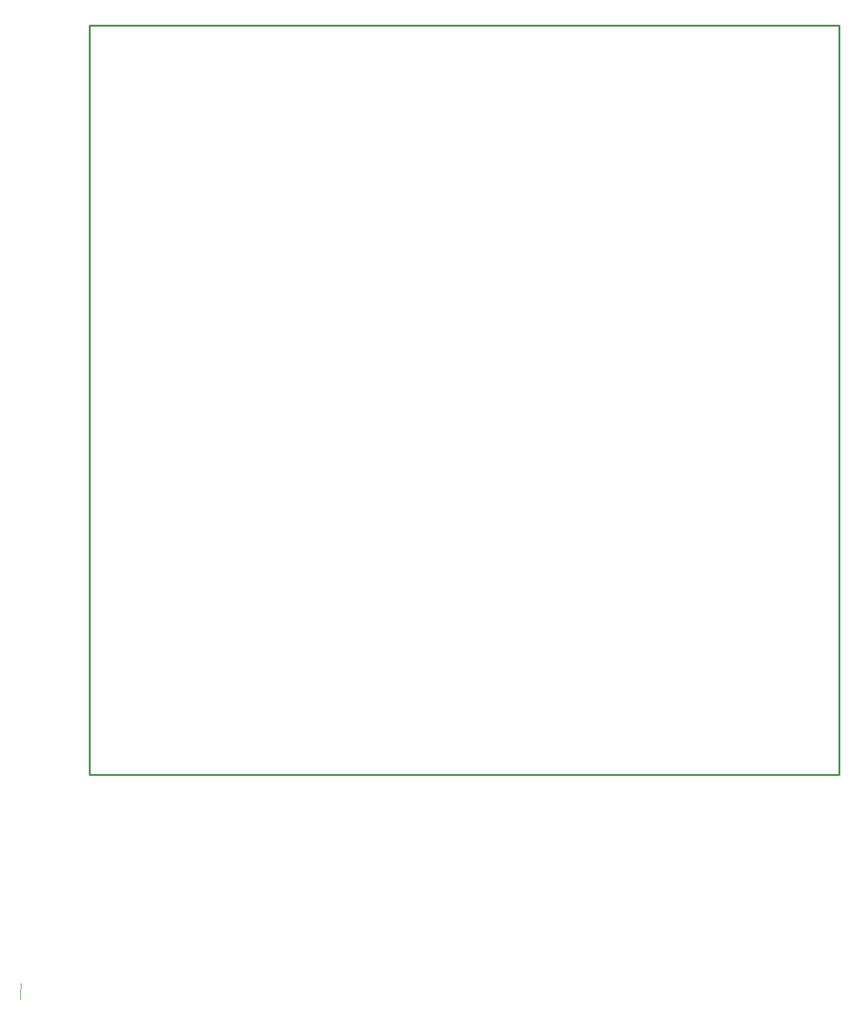
<source format=gm1>
G04*
G04 #@! TF.GenerationSoftware,Altium Limited,Altium Designer,20.2.7 (254)*
G04*
G04 Layer_Color=16711935*
%FSLAX25Y25*%
%MOIN*%
G70*
G04*
G04 #@! TF.SameCoordinates,6A7C296C-3D1D-46A6-B2F7-2068CE29E54D*
G04*
G04*
G04 #@! TF.FilePolarity,Positive*
G04*
G01*
G75*
%ADD14C,0.01000*%
%ADD15C,0.00050*%
D14*
X0Y0D02*
X393701D01*
Y393701D01*
X0D02*
X393701D01*
X0Y0D02*
Y393701D01*
Y0D02*
X393701D01*
Y393701D01*
X0D02*
X393701D01*
X0Y0D02*
Y393701D01*
D15*
X-36371Y-118085D02*
G03*
X-36045Y-109630I-19940810J772725D01*
G01*
X-36371Y-118085D02*
G03*
X-36045Y-109630I-19940810J772725D01*
G01*
M02*

</source>
